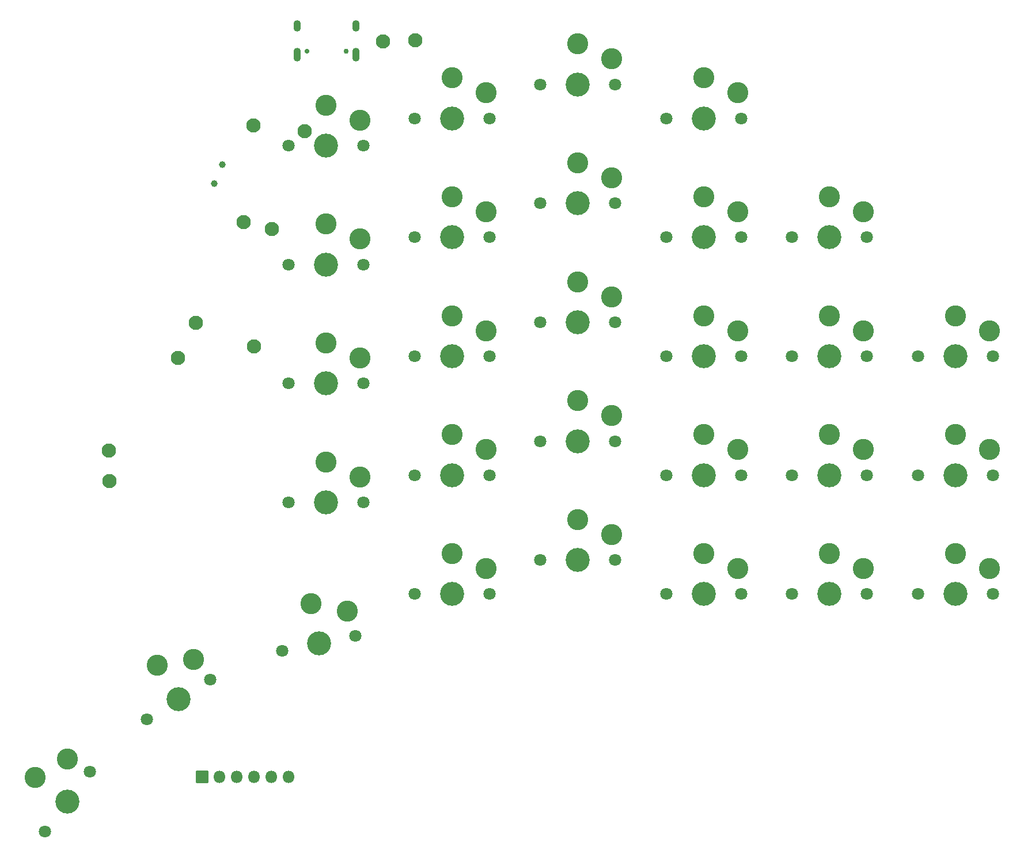
<source format=gbr>
%TF.GenerationSoftware,KiCad,Pcbnew,7.0.1*%
%TF.CreationDate,2023-03-18T23:25:57+01:00*%
%TF.ProjectId,grapto-v3w-right,67726170-746f-42d7-9633-772d72696768,v1.0.0*%
%TF.SameCoordinates,Original*%
%TF.FileFunction,Soldermask,Top*%
%TF.FilePolarity,Negative*%
%FSLAX46Y46*%
G04 Gerber Fmt 4.6, Leading zero omitted, Abs format (unit mm)*
G04 Created by KiCad (PCBNEW 7.0.1) date 2023-03-18 23:25:57*
%MOMM*%
%LPD*%
G01*
G04 APERTURE LIST*
G04 Aperture macros list*
%AMRoundRect*
0 Rectangle with rounded corners*
0 $1 Rounding radius*
0 $2 $3 $4 $5 $6 $7 $8 $9 X,Y pos of 4 corners*
0 Add a 4 corners polygon primitive as box body*
4,1,4,$2,$3,$4,$5,$6,$7,$8,$9,$2,$3,0*
0 Add four circle primitives for the rounded corners*
1,1,$1+$1,$2,$3*
1,1,$1+$1,$4,$5*
1,1,$1+$1,$6,$7*
1,1,$1+$1,$8,$9*
0 Add four rect primitives between the rounded corners*
20,1,$1+$1,$2,$3,$4,$5,0*
20,1,$1+$1,$4,$5,$6,$7,0*
20,1,$1+$1,$6,$7,$8,$9,0*
20,1,$1+$1,$8,$9,$2,$3,0*%
G04 Aperture macros list end*
%ADD10C,1.801800*%
%ADD11C,3.100000*%
%ADD12C,3.529000*%
%ADD13C,2.100000*%
%ADD14RoundRect,0.050000X-0.850000X0.850000X-0.850000X-0.850000X0.850000X-0.850000X0.850000X0.850000X0*%
%ADD15O,1.800000X1.800000*%
%ADD16C,1.000000*%
%ADD17C,0.700000*%
%ADD18C,0.750000*%
%ADD19O,1.100000X1.700000*%
%ADD20O,1.100000X2.000000*%
G04 APERTURE END LIST*
D10*
%TO.C,S64*%
X197500000Y-145000000D03*
D11*
X203000000Y-139050000D03*
D12*
X203000000Y-145000000D03*
D11*
X208000000Y-141250000D03*
D10*
X208500000Y-145000000D03*
%TD*%
%TO.C,S32*%
X216000000Y-145000000D03*
D11*
X221500000Y-139050000D03*
D12*
X221500000Y-145000000D03*
D11*
X226500000Y-141250000D03*
D10*
X227000000Y-145000000D03*
%TD*%
%TO.C,S45*%
X160500000Y-122500000D03*
D11*
X166000000Y-116550000D03*
D12*
X166000000Y-122500000D03*
D11*
X171000000Y-118750000D03*
D10*
X171500000Y-122500000D03*
%TD*%
%TO.C,S76*%
X142000000Y-180000000D03*
D11*
X147500000Y-174050000D03*
D12*
X147500000Y-180000000D03*
D11*
X152500000Y-176250000D03*
D10*
X153000000Y-180000000D03*
%TD*%
%TO.C,S51*%
X142000000Y-110000000D03*
D11*
X147500000Y-104050000D03*
D12*
X147500000Y-110000000D03*
D11*
X152500000Y-106250000D03*
D10*
X153000000Y-110000000D03*
%TD*%
%TO.C,S52*%
X123500000Y-166500000D03*
D11*
X129000000Y-160550000D03*
D12*
X129000000Y-166500000D03*
D11*
X134000000Y-162750000D03*
D10*
X134500000Y-166500000D03*
%TD*%
%TO.C,S79*%
X142000000Y-127500000D03*
D11*
X147500000Y-121550000D03*
D12*
X147500000Y-127500000D03*
D11*
X152500000Y-123750000D03*
D10*
X153000000Y-127500000D03*
%TD*%
%TO.C,S70*%
X179000000Y-110000000D03*
D11*
X184500000Y-104050000D03*
D12*
X184500000Y-110000000D03*
D11*
X189500000Y-106250000D03*
D10*
X190000000Y-110000000D03*
%TD*%
%TO.C,S87*%
X87618719Y-214925194D03*
D11*
X86185171Y-206950393D03*
D12*
X90933300Y-210536167D03*
D11*
X90954037Y-204286201D03*
D10*
X94247881Y-206147140D03*
%TD*%
%TO.C,S61*%
X216000000Y-145000000D03*
D11*
X221500000Y-139050000D03*
D12*
X221500000Y-145000000D03*
D11*
X226500000Y-141250000D03*
D10*
X227000000Y-145000000D03*
%TD*%
%TO.C,S72*%
X160500000Y-157500000D03*
D11*
X166000000Y-151550000D03*
D12*
X166000000Y-157500000D03*
D11*
X171000000Y-153750000D03*
D10*
X171500000Y-157500000D03*
%TD*%
%TO.C,S47*%
X142000000Y-180000000D03*
D11*
X147500000Y-174050000D03*
D12*
X147500000Y-180000000D03*
D11*
X152500000Y-176250000D03*
D10*
X153000000Y-180000000D03*
%TD*%
%TO.C,S84*%
X123500000Y-114000000D03*
D11*
X129000000Y-108050000D03*
D12*
X129000000Y-114000000D03*
D11*
X134000000Y-110250000D03*
D10*
X134500000Y-114000000D03*
%TD*%
%TO.C,S33*%
X197500000Y-180000000D03*
D11*
X203000000Y-174050000D03*
D12*
X203000000Y-180000000D03*
D11*
X208000000Y-176250000D03*
D10*
X208500000Y-180000000D03*
%TD*%
%TO.C,S40*%
X179000000Y-127500000D03*
D11*
X184500000Y-121550000D03*
D12*
X184500000Y-127500000D03*
D11*
X189500000Y-123750000D03*
D10*
X190000000Y-127500000D03*
%TD*%
%TO.C,S85*%
X122539476Y-188317177D03*
D11*
X126742823Y-181390101D03*
D12*
X127929062Y-187220653D03*
D11*
X132081056Y-182549096D03*
D10*
X133318648Y-186124129D03*
%TD*%
%TO.C,S38*%
X179000000Y-162500000D03*
D11*
X184500000Y-156550000D03*
D12*
X184500000Y-162500000D03*
D11*
X189500000Y-158750000D03*
D10*
X190000000Y-162500000D03*
%TD*%
%TO.C,S82*%
X123500000Y-149000000D03*
D11*
X129000000Y-143050000D03*
D12*
X129000000Y-149000000D03*
D11*
X134000000Y-145250000D03*
D10*
X134500000Y-149000000D03*
%TD*%
%TO.C,S36*%
X197500000Y-127500000D03*
D11*
X203000000Y-121550000D03*
D12*
X203000000Y-127500000D03*
D11*
X208000000Y-123750000D03*
D10*
X208500000Y-127500000D03*
%TD*%
%TO.C,S67*%
X179000000Y-162500000D03*
D11*
X184500000Y-156550000D03*
D12*
X184500000Y-162500000D03*
D11*
X189500000Y-158750000D03*
D10*
X190000000Y-162500000D03*
%TD*%
%TO.C,S78*%
X142000000Y-145000000D03*
D11*
X147500000Y-139050000D03*
D12*
X147500000Y-145000000D03*
D11*
X152500000Y-141250000D03*
D10*
X153000000Y-145000000D03*
%TD*%
%TO.C,S50*%
X142000000Y-127500000D03*
D11*
X147500000Y-121550000D03*
D12*
X147500000Y-127500000D03*
D11*
X152500000Y-123750000D03*
D10*
X153000000Y-127500000D03*
%TD*%
%TO.C,S37*%
X179000000Y-180000000D03*
D11*
X184500000Y-174050000D03*
D12*
X184500000Y-180000000D03*
D11*
X189500000Y-176250000D03*
D10*
X190000000Y-180000000D03*
%TD*%
%TO.C,S49*%
X142000000Y-145000000D03*
D11*
X147500000Y-139050000D03*
D12*
X147500000Y-145000000D03*
D11*
X152500000Y-141250000D03*
D10*
X153000000Y-145000000D03*
%TD*%
%TO.C,S83*%
X123500000Y-131500000D03*
D11*
X129000000Y-125550000D03*
D12*
X129000000Y-131500000D03*
D11*
X134000000Y-127750000D03*
D10*
X134500000Y-131500000D03*
%TD*%
%TO.C,S39*%
X179000000Y-145000000D03*
D11*
X184500000Y-139050000D03*
D12*
X184500000Y-145000000D03*
D11*
X189500000Y-141250000D03*
D10*
X190000000Y-145000000D03*
%TD*%
%TO.C,S60*%
X216000000Y-162500000D03*
D11*
X221500000Y-156550000D03*
D12*
X221500000Y-162500000D03*
D11*
X226500000Y-158750000D03*
D10*
X227000000Y-162500000D03*
%TD*%
%TO.C,S42*%
X160500000Y-175000000D03*
D11*
X166000000Y-169050000D03*
D12*
X166000000Y-175000000D03*
D11*
X171000000Y-171250000D03*
D10*
X171500000Y-175000000D03*
%TD*%
%TO.C,S62*%
X197500000Y-180000000D03*
D11*
X203000000Y-174050000D03*
D12*
X203000000Y-180000000D03*
D11*
X208000000Y-176250000D03*
D10*
X208500000Y-180000000D03*
%TD*%
%TO.C,S66*%
X179000000Y-180000000D03*
D11*
X184500000Y-174050000D03*
D12*
X184500000Y-180000000D03*
D11*
X189500000Y-176250000D03*
D10*
X190000000Y-180000000D03*
%TD*%
%TO.C,S73*%
X160500000Y-140000000D03*
D11*
X166000000Y-134050000D03*
D12*
X166000000Y-140000000D03*
D11*
X171000000Y-136250000D03*
D10*
X171500000Y-140000000D03*
%TD*%
%TO.C,S57*%
X102646955Y-198429205D03*
D11*
X104127623Y-190463019D03*
D12*
X107299994Y-195496761D03*
D11*
X109530636Y-189658376D03*
D10*
X111953033Y-192564317D03*
%TD*%
%TO.C,S55*%
X123500000Y-114000000D03*
D11*
X129000000Y-108050000D03*
D12*
X129000000Y-114000000D03*
D11*
X134000000Y-110250000D03*
D10*
X134500000Y-114000000D03*
%TD*%
%TO.C,S58*%
X87618719Y-214925194D03*
D11*
X86185171Y-206950393D03*
D12*
X90933300Y-210536167D03*
D11*
X90954037Y-204286201D03*
D10*
X94247881Y-206147140D03*
%TD*%
%TO.C,S44*%
X160500000Y-140000000D03*
D11*
X166000000Y-134050000D03*
D12*
X166000000Y-140000000D03*
D11*
X171000000Y-136250000D03*
D10*
X171500000Y-140000000D03*
%TD*%
%TO.C,S56*%
X122539476Y-188317177D03*
D11*
X126742823Y-181390101D03*
D12*
X127929062Y-187220653D03*
D11*
X132081056Y-182549096D03*
D10*
X133318648Y-186124129D03*
%TD*%
%TO.C,S31*%
X216000000Y-162500000D03*
D11*
X221500000Y-156550000D03*
D12*
X221500000Y-162500000D03*
D11*
X226500000Y-158750000D03*
D10*
X227000000Y-162500000D03*
%TD*%
%TO.C,S59*%
X216000000Y-180000000D03*
D11*
X221500000Y-174050000D03*
D12*
X221500000Y-180000000D03*
D11*
X226500000Y-176250000D03*
D10*
X227000000Y-180000000D03*
%TD*%
%TO.C,S81*%
X123500000Y-166500000D03*
D11*
X129000000Y-160550000D03*
D12*
X129000000Y-166500000D03*
D11*
X134000000Y-162750000D03*
D10*
X134500000Y-166500000D03*
%TD*%
%TO.C,S86*%
X102646955Y-198429205D03*
D11*
X104127623Y-190463019D03*
D12*
X107299994Y-195496761D03*
D11*
X109530636Y-189658376D03*
D10*
X111953033Y-192564317D03*
%TD*%
%TO.C,S46*%
X160500000Y-105000000D03*
D11*
X166000000Y-99050000D03*
D12*
X166000000Y-105000000D03*
D11*
X171000000Y-101250000D03*
D10*
X171500000Y-105000000D03*
%TD*%
%TO.C,S54*%
X123500000Y-131500000D03*
D11*
X129000000Y-125550000D03*
D12*
X129000000Y-131500000D03*
D11*
X134000000Y-127750000D03*
D10*
X134500000Y-131500000D03*
%TD*%
%TO.C,S68*%
X179000000Y-145000000D03*
D11*
X184500000Y-139050000D03*
D12*
X184500000Y-145000000D03*
D11*
X189500000Y-141250000D03*
D10*
X190000000Y-145000000D03*
%TD*%
%TO.C,S80*%
X142000000Y-110000000D03*
D11*
X147500000Y-104050000D03*
D12*
X147500000Y-110000000D03*
D11*
X152500000Y-106250000D03*
D10*
X153000000Y-110000000D03*
%TD*%
%TO.C,S77*%
X142000000Y-162500000D03*
D11*
X147500000Y-156550000D03*
D12*
X147500000Y-162500000D03*
D11*
X152500000Y-158750000D03*
D10*
X153000000Y-162500000D03*
%TD*%
%TO.C,S30*%
X216000000Y-180000000D03*
D11*
X221500000Y-174050000D03*
D12*
X221500000Y-180000000D03*
D11*
X226500000Y-176250000D03*
D10*
X227000000Y-180000000D03*
%TD*%
%TO.C,S65*%
X197500000Y-127500000D03*
D11*
X203000000Y-121550000D03*
D12*
X203000000Y-127500000D03*
D11*
X208000000Y-123750000D03*
D10*
X208500000Y-127500000D03*
%TD*%
%TO.C,S71*%
X160500000Y-175000000D03*
D11*
X166000000Y-169050000D03*
D12*
X166000000Y-175000000D03*
D11*
X171000000Y-171250000D03*
D10*
X171500000Y-175000000D03*
%TD*%
%TO.C,S74*%
X160500000Y-122500000D03*
D11*
X166000000Y-116550000D03*
D12*
X166000000Y-122500000D03*
D11*
X171000000Y-118750000D03*
D10*
X171500000Y-122500000D03*
%TD*%
%TO.C,S75*%
X160500000Y-105000000D03*
D11*
X166000000Y-99050000D03*
D12*
X166000000Y-105000000D03*
D11*
X171000000Y-101250000D03*
D10*
X171500000Y-105000000D03*
%TD*%
%TO.C,S69*%
X179000000Y-127500000D03*
D11*
X184500000Y-121550000D03*
D12*
X184500000Y-127500000D03*
D11*
X189500000Y-123750000D03*
D10*
X190000000Y-127500000D03*
%TD*%
%TO.C,S34*%
X197500000Y-162500000D03*
D11*
X203000000Y-156550000D03*
D12*
X203000000Y-162500000D03*
D11*
X208000000Y-158750000D03*
D10*
X208500000Y-162500000D03*
%TD*%
%TO.C,S35*%
X197500000Y-145000000D03*
D11*
X203000000Y-139050000D03*
D12*
X203000000Y-145000000D03*
D11*
X208000000Y-141250000D03*
D10*
X208500000Y-145000000D03*
%TD*%
%TO.C,S48*%
X142000000Y-162500000D03*
D11*
X147500000Y-156550000D03*
D12*
X147500000Y-162500000D03*
D11*
X152500000Y-158750000D03*
D10*
X153000000Y-162500000D03*
%TD*%
%TO.C,S53*%
X123500000Y-149000000D03*
D11*
X129000000Y-143050000D03*
D12*
X129000000Y-149000000D03*
D11*
X134000000Y-145250000D03*
D10*
X134500000Y-149000000D03*
%TD*%
D13*
%TO.C,TP13*%
X125850000Y-111880000D03*
%TD*%
D10*
%TO.C,S43*%
X160500000Y-157500000D03*
D11*
X166000000Y-151550000D03*
D12*
X166000000Y-157500000D03*
D11*
X171000000Y-153750000D03*
D10*
X171500000Y-157500000D03*
%TD*%
%TO.C,S41*%
X179000000Y-110000000D03*
D11*
X184500000Y-104050000D03*
D12*
X184500000Y-110000000D03*
D11*
X189500000Y-106250000D03*
D10*
X190000000Y-110000000D03*
%TD*%
%TO.C,S63*%
X197500000Y-162500000D03*
D11*
X203000000Y-156550000D03*
D12*
X203000000Y-162500000D03*
D11*
X208000000Y-158750000D03*
D10*
X208500000Y-162500000D03*
%TD*%
D13*
%TO.C,TP16*%
X107200000Y-145300000D03*
%TD*%
%TO.C,TP22*%
X118400000Y-143600000D03*
%TD*%
%TO.C,TP17*%
X97050000Y-158850000D03*
%TD*%
%TO.C,TP10*%
X109830000Y-140110000D03*
%TD*%
%TO.C,TP18*%
X97100000Y-163400000D03*
%TD*%
%TO.C,TP11*%
X121000000Y-126300000D03*
%TD*%
D14*
%TO.C,J8*%
X110780000Y-206890000D03*
D15*
X113320000Y-206890000D03*
X115860000Y-206890000D03*
X118400000Y-206890000D03*
X120940000Y-206890000D03*
X123480000Y-206890000D03*
%TD*%
D16*
%TO.C,SW31*%
X112535772Y-119608702D03*
X113717598Y-116851296D03*
%TD*%
D13*
%TO.C,J2*%
X137350000Y-98720000D03*
%TD*%
D17*
%TO.C,J6*%
X126180000Y-100090000D03*
D18*
X131960000Y-100090000D03*
D19*
X124750000Y-96410000D03*
D20*
X124750000Y-100610000D03*
D19*
X133390000Y-96410000D03*
D20*
X133390000Y-100610000D03*
%TD*%
D13*
%TO.C,TP15*%
X142100000Y-98550000D03*
%TD*%
%TO.C,TP14*%
X118290000Y-111040000D03*
%TD*%
%TO.C,TP1*%
X116850000Y-125300000D03*
%TD*%
M02*

</source>
